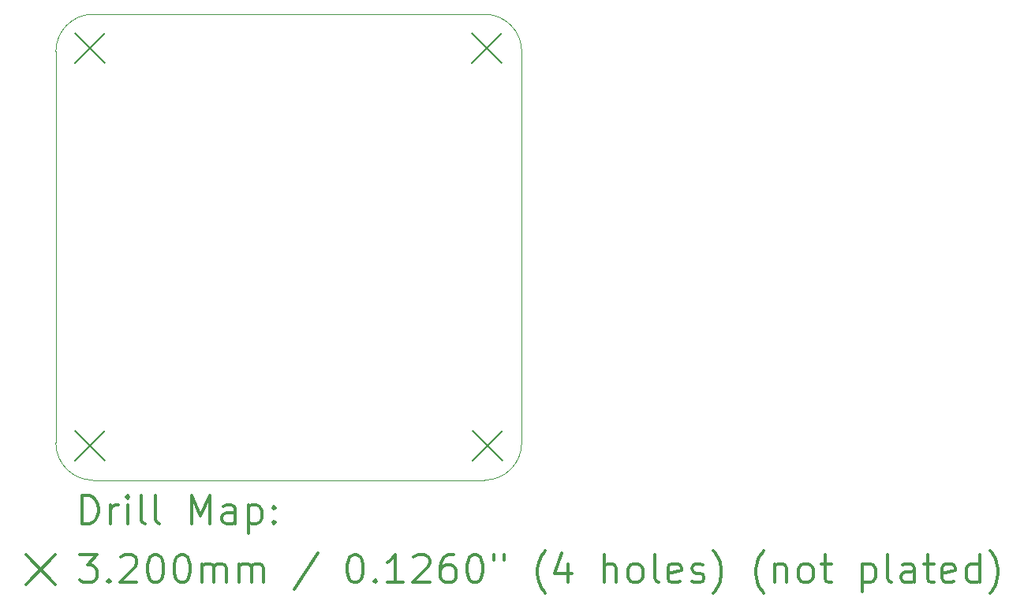
<source format=gbr>
%FSLAX45Y45*%
G04 Gerber Fmt 4.5, Leading zero omitted, Abs format (unit mm)*
G04 Created by KiCad (PCBNEW (5.1.12)-1) date 2022-03-26 18:35:55*
%MOMM*%
%LPD*%
G01*
G04 APERTURE LIST*
%TA.AperFunction,Profile*%
%ADD10C,0.050000*%
%TD*%
%ADD11C,0.200000*%
%ADD12C,0.300000*%
G04 APERTURE END LIST*
D10*
X19600000Y-9000000D02*
G75*
G02*
X20000000Y-9400000I0J-400000D01*
G01*
X15000000Y-9400000D02*
G75*
G02*
X15400000Y-9000000I400000J0D01*
G01*
X15400000Y-14000000D02*
G75*
G02*
X15000000Y-13600000I0J400000D01*
G01*
X20000000Y-13600000D02*
G75*
G02*
X19600000Y-14000000I-400000J0D01*
G01*
X19600000Y-9000000D02*
X15400000Y-9000000D01*
X20000000Y-13600000D02*
X20000000Y-9400000D01*
X15400000Y-14000000D02*
X19600000Y-14000000D01*
X15000000Y-9400000D02*
X15000000Y-13600000D01*
D11*
X15207000Y-9206250D02*
X15527000Y-9526250D01*
X15527000Y-9206250D02*
X15207000Y-9526250D01*
X15207000Y-13473450D02*
X15527000Y-13793450D01*
X15527000Y-13473450D02*
X15207000Y-13793450D01*
X19467850Y-9206250D02*
X19787850Y-9526250D01*
X19787850Y-9206250D02*
X19467850Y-9526250D01*
X19474200Y-13473450D02*
X19794200Y-13793450D01*
X19794200Y-13473450D02*
X19474200Y-13793450D01*
D12*
X15283928Y-14468214D02*
X15283928Y-14168214D01*
X15355357Y-14168214D01*
X15398214Y-14182500D01*
X15426786Y-14211071D01*
X15441071Y-14239643D01*
X15455357Y-14296786D01*
X15455357Y-14339643D01*
X15441071Y-14396786D01*
X15426786Y-14425357D01*
X15398214Y-14453929D01*
X15355357Y-14468214D01*
X15283928Y-14468214D01*
X15583928Y-14468214D02*
X15583928Y-14268214D01*
X15583928Y-14325357D02*
X15598214Y-14296786D01*
X15612500Y-14282500D01*
X15641071Y-14268214D01*
X15669643Y-14268214D01*
X15769643Y-14468214D02*
X15769643Y-14268214D01*
X15769643Y-14168214D02*
X15755357Y-14182500D01*
X15769643Y-14196786D01*
X15783928Y-14182500D01*
X15769643Y-14168214D01*
X15769643Y-14196786D01*
X15955357Y-14468214D02*
X15926786Y-14453929D01*
X15912500Y-14425357D01*
X15912500Y-14168214D01*
X16112500Y-14468214D02*
X16083928Y-14453929D01*
X16069643Y-14425357D01*
X16069643Y-14168214D01*
X16455357Y-14468214D02*
X16455357Y-14168214D01*
X16555357Y-14382500D01*
X16655357Y-14168214D01*
X16655357Y-14468214D01*
X16926786Y-14468214D02*
X16926786Y-14311071D01*
X16912500Y-14282500D01*
X16883928Y-14268214D01*
X16826786Y-14268214D01*
X16798214Y-14282500D01*
X16926786Y-14453929D02*
X16898214Y-14468214D01*
X16826786Y-14468214D01*
X16798214Y-14453929D01*
X16783928Y-14425357D01*
X16783928Y-14396786D01*
X16798214Y-14368214D01*
X16826786Y-14353929D01*
X16898214Y-14353929D01*
X16926786Y-14339643D01*
X17069643Y-14268214D02*
X17069643Y-14568214D01*
X17069643Y-14282500D02*
X17098214Y-14268214D01*
X17155357Y-14268214D01*
X17183928Y-14282500D01*
X17198214Y-14296786D01*
X17212500Y-14325357D01*
X17212500Y-14411071D01*
X17198214Y-14439643D01*
X17183928Y-14453929D01*
X17155357Y-14468214D01*
X17098214Y-14468214D01*
X17069643Y-14453929D01*
X17341071Y-14439643D02*
X17355357Y-14453929D01*
X17341071Y-14468214D01*
X17326786Y-14453929D01*
X17341071Y-14439643D01*
X17341071Y-14468214D01*
X17341071Y-14282500D02*
X17355357Y-14296786D01*
X17341071Y-14311071D01*
X17326786Y-14296786D01*
X17341071Y-14282500D01*
X17341071Y-14311071D01*
X14677500Y-14802500D02*
X14997500Y-15122500D01*
X14997500Y-14802500D02*
X14677500Y-15122500D01*
X15255357Y-14798214D02*
X15441071Y-14798214D01*
X15341071Y-14912500D01*
X15383928Y-14912500D01*
X15412500Y-14926786D01*
X15426786Y-14941071D01*
X15441071Y-14969643D01*
X15441071Y-15041071D01*
X15426786Y-15069643D01*
X15412500Y-15083929D01*
X15383928Y-15098214D01*
X15298214Y-15098214D01*
X15269643Y-15083929D01*
X15255357Y-15069643D01*
X15569643Y-15069643D02*
X15583928Y-15083929D01*
X15569643Y-15098214D01*
X15555357Y-15083929D01*
X15569643Y-15069643D01*
X15569643Y-15098214D01*
X15698214Y-14826786D02*
X15712500Y-14812500D01*
X15741071Y-14798214D01*
X15812500Y-14798214D01*
X15841071Y-14812500D01*
X15855357Y-14826786D01*
X15869643Y-14855357D01*
X15869643Y-14883929D01*
X15855357Y-14926786D01*
X15683928Y-15098214D01*
X15869643Y-15098214D01*
X16055357Y-14798214D02*
X16083928Y-14798214D01*
X16112500Y-14812500D01*
X16126786Y-14826786D01*
X16141071Y-14855357D01*
X16155357Y-14912500D01*
X16155357Y-14983929D01*
X16141071Y-15041071D01*
X16126786Y-15069643D01*
X16112500Y-15083929D01*
X16083928Y-15098214D01*
X16055357Y-15098214D01*
X16026786Y-15083929D01*
X16012500Y-15069643D01*
X15998214Y-15041071D01*
X15983928Y-14983929D01*
X15983928Y-14912500D01*
X15998214Y-14855357D01*
X16012500Y-14826786D01*
X16026786Y-14812500D01*
X16055357Y-14798214D01*
X16341071Y-14798214D02*
X16369643Y-14798214D01*
X16398214Y-14812500D01*
X16412500Y-14826786D01*
X16426786Y-14855357D01*
X16441071Y-14912500D01*
X16441071Y-14983929D01*
X16426786Y-15041071D01*
X16412500Y-15069643D01*
X16398214Y-15083929D01*
X16369643Y-15098214D01*
X16341071Y-15098214D01*
X16312500Y-15083929D01*
X16298214Y-15069643D01*
X16283928Y-15041071D01*
X16269643Y-14983929D01*
X16269643Y-14912500D01*
X16283928Y-14855357D01*
X16298214Y-14826786D01*
X16312500Y-14812500D01*
X16341071Y-14798214D01*
X16569643Y-15098214D02*
X16569643Y-14898214D01*
X16569643Y-14926786D02*
X16583928Y-14912500D01*
X16612500Y-14898214D01*
X16655357Y-14898214D01*
X16683928Y-14912500D01*
X16698214Y-14941071D01*
X16698214Y-15098214D01*
X16698214Y-14941071D02*
X16712500Y-14912500D01*
X16741071Y-14898214D01*
X16783928Y-14898214D01*
X16812500Y-14912500D01*
X16826786Y-14941071D01*
X16826786Y-15098214D01*
X16969643Y-15098214D02*
X16969643Y-14898214D01*
X16969643Y-14926786D02*
X16983928Y-14912500D01*
X17012500Y-14898214D01*
X17055357Y-14898214D01*
X17083928Y-14912500D01*
X17098214Y-14941071D01*
X17098214Y-15098214D01*
X17098214Y-14941071D02*
X17112500Y-14912500D01*
X17141071Y-14898214D01*
X17183928Y-14898214D01*
X17212500Y-14912500D01*
X17226786Y-14941071D01*
X17226786Y-15098214D01*
X17812500Y-14783929D02*
X17555357Y-15169643D01*
X18198214Y-14798214D02*
X18226786Y-14798214D01*
X18255357Y-14812500D01*
X18269643Y-14826786D01*
X18283928Y-14855357D01*
X18298214Y-14912500D01*
X18298214Y-14983929D01*
X18283928Y-15041071D01*
X18269643Y-15069643D01*
X18255357Y-15083929D01*
X18226786Y-15098214D01*
X18198214Y-15098214D01*
X18169643Y-15083929D01*
X18155357Y-15069643D01*
X18141071Y-15041071D01*
X18126786Y-14983929D01*
X18126786Y-14912500D01*
X18141071Y-14855357D01*
X18155357Y-14826786D01*
X18169643Y-14812500D01*
X18198214Y-14798214D01*
X18426786Y-15069643D02*
X18441071Y-15083929D01*
X18426786Y-15098214D01*
X18412500Y-15083929D01*
X18426786Y-15069643D01*
X18426786Y-15098214D01*
X18726786Y-15098214D02*
X18555357Y-15098214D01*
X18641071Y-15098214D02*
X18641071Y-14798214D01*
X18612500Y-14841071D01*
X18583928Y-14869643D01*
X18555357Y-14883929D01*
X18841071Y-14826786D02*
X18855357Y-14812500D01*
X18883928Y-14798214D01*
X18955357Y-14798214D01*
X18983928Y-14812500D01*
X18998214Y-14826786D01*
X19012500Y-14855357D01*
X19012500Y-14883929D01*
X18998214Y-14926786D01*
X18826786Y-15098214D01*
X19012500Y-15098214D01*
X19269643Y-14798214D02*
X19212500Y-14798214D01*
X19183928Y-14812500D01*
X19169643Y-14826786D01*
X19141071Y-14869643D01*
X19126786Y-14926786D01*
X19126786Y-15041071D01*
X19141071Y-15069643D01*
X19155357Y-15083929D01*
X19183928Y-15098214D01*
X19241071Y-15098214D01*
X19269643Y-15083929D01*
X19283928Y-15069643D01*
X19298214Y-15041071D01*
X19298214Y-14969643D01*
X19283928Y-14941071D01*
X19269643Y-14926786D01*
X19241071Y-14912500D01*
X19183928Y-14912500D01*
X19155357Y-14926786D01*
X19141071Y-14941071D01*
X19126786Y-14969643D01*
X19483928Y-14798214D02*
X19512500Y-14798214D01*
X19541071Y-14812500D01*
X19555357Y-14826786D01*
X19569643Y-14855357D01*
X19583928Y-14912500D01*
X19583928Y-14983929D01*
X19569643Y-15041071D01*
X19555357Y-15069643D01*
X19541071Y-15083929D01*
X19512500Y-15098214D01*
X19483928Y-15098214D01*
X19455357Y-15083929D01*
X19441071Y-15069643D01*
X19426786Y-15041071D01*
X19412500Y-14983929D01*
X19412500Y-14912500D01*
X19426786Y-14855357D01*
X19441071Y-14826786D01*
X19455357Y-14812500D01*
X19483928Y-14798214D01*
X19698214Y-14798214D02*
X19698214Y-14855357D01*
X19812500Y-14798214D02*
X19812500Y-14855357D01*
X20255357Y-15212500D02*
X20241071Y-15198214D01*
X20212500Y-15155357D01*
X20198214Y-15126786D01*
X20183928Y-15083929D01*
X20169643Y-15012500D01*
X20169643Y-14955357D01*
X20183928Y-14883929D01*
X20198214Y-14841071D01*
X20212500Y-14812500D01*
X20241071Y-14769643D01*
X20255357Y-14755357D01*
X20498214Y-14898214D02*
X20498214Y-15098214D01*
X20426786Y-14783929D02*
X20355357Y-14998214D01*
X20541071Y-14998214D01*
X20883928Y-15098214D02*
X20883928Y-14798214D01*
X21012500Y-15098214D02*
X21012500Y-14941071D01*
X20998214Y-14912500D01*
X20969643Y-14898214D01*
X20926786Y-14898214D01*
X20898214Y-14912500D01*
X20883928Y-14926786D01*
X21198214Y-15098214D02*
X21169643Y-15083929D01*
X21155357Y-15069643D01*
X21141071Y-15041071D01*
X21141071Y-14955357D01*
X21155357Y-14926786D01*
X21169643Y-14912500D01*
X21198214Y-14898214D01*
X21241071Y-14898214D01*
X21269643Y-14912500D01*
X21283928Y-14926786D01*
X21298214Y-14955357D01*
X21298214Y-15041071D01*
X21283928Y-15069643D01*
X21269643Y-15083929D01*
X21241071Y-15098214D01*
X21198214Y-15098214D01*
X21469643Y-15098214D02*
X21441071Y-15083929D01*
X21426786Y-15055357D01*
X21426786Y-14798214D01*
X21698214Y-15083929D02*
X21669643Y-15098214D01*
X21612500Y-15098214D01*
X21583928Y-15083929D01*
X21569643Y-15055357D01*
X21569643Y-14941071D01*
X21583928Y-14912500D01*
X21612500Y-14898214D01*
X21669643Y-14898214D01*
X21698214Y-14912500D01*
X21712500Y-14941071D01*
X21712500Y-14969643D01*
X21569643Y-14998214D01*
X21826786Y-15083929D02*
X21855357Y-15098214D01*
X21912500Y-15098214D01*
X21941071Y-15083929D01*
X21955357Y-15055357D01*
X21955357Y-15041071D01*
X21941071Y-15012500D01*
X21912500Y-14998214D01*
X21869643Y-14998214D01*
X21841071Y-14983929D01*
X21826786Y-14955357D01*
X21826786Y-14941071D01*
X21841071Y-14912500D01*
X21869643Y-14898214D01*
X21912500Y-14898214D01*
X21941071Y-14912500D01*
X22055357Y-15212500D02*
X22069643Y-15198214D01*
X22098214Y-15155357D01*
X22112500Y-15126786D01*
X22126786Y-15083929D01*
X22141071Y-15012500D01*
X22141071Y-14955357D01*
X22126786Y-14883929D01*
X22112500Y-14841071D01*
X22098214Y-14812500D01*
X22069643Y-14769643D01*
X22055357Y-14755357D01*
X22598214Y-15212500D02*
X22583928Y-15198214D01*
X22555357Y-15155357D01*
X22541071Y-15126786D01*
X22526786Y-15083929D01*
X22512500Y-15012500D01*
X22512500Y-14955357D01*
X22526786Y-14883929D01*
X22541071Y-14841071D01*
X22555357Y-14812500D01*
X22583928Y-14769643D01*
X22598214Y-14755357D01*
X22712500Y-14898214D02*
X22712500Y-15098214D01*
X22712500Y-14926786D02*
X22726786Y-14912500D01*
X22755357Y-14898214D01*
X22798214Y-14898214D01*
X22826786Y-14912500D01*
X22841071Y-14941071D01*
X22841071Y-15098214D01*
X23026786Y-15098214D02*
X22998214Y-15083929D01*
X22983928Y-15069643D01*
X22969643Y-15041071D01*
X22969643Y-14955357D01*
X22983928Y-14926786D01*
X22998214Y-14912500D01*
X23026786Y-14898214D01*
X23069643Y-14898214D01*
X23098214Y-14912500D01*
X23112500Y-14926786D01*
X23126786Y-14955357D01*
X23126786Y-15041071D01*
X23112500Y-15069643D01*
X23098214Y-15083929D01*
X23069643Y-15098214D01*
X23026786Y-15098214D01*
X23212500Y-14898214D02*
X23326786Y-14898214D01*
X23255357Y-14798214D02*
X23255357Y-15055357D01*
X23269643Y-15083929D01*
X23298214Y-15098214D01*
X23326786Y-15098214D01*
X23655357Y-14898214D02*
X23655357Y-15198214D01*
X23655357Y-14912500D02*
X23683928Y-14898214D01*
X23741071Y-14898214D01*
X23769643Y-14912500D01*
X23783928Y-14926786D01*
X23798214Y-14955357D01*
X23798214Y-15041071D01*
X23783928Y-15069643D01*
X23769643Y-15083929D01*
X23741071Y-15098214D01*
X23683928Y-15098214D01*
X23655357Y-15083929D01*
X23969643Y-15098214D02*
X23941071Y-15083929D01*
X23926786Y-15055357D01*
X23926786Y-14798214D01*
X24212500Y-15098214D02*
X24212500Y-14941071D01*
X24198214Y-14912500D01*
X24169643Y-14898214D01*
X24112500Y-14898214D01*
X24083928Y-14912500D01*
X24212500Y-15083929D02*
X24183928Y-15098214D01*
X24112500Y-15098214D01*
X24083928Y-15083929D01*
X24069643Y-15055357D01*
X24069643Y-15026786D01*
X24083928Y-14998214D01*
X24112500Y-14983929D01*
X24183928Y-14983929D01*
X24212500Y-14969643D01*
X24312500Y-14898214D02*
X24426786Y-14898214D01*
X24355357Y-14798214D02*
X24355357Y-15055357D01*
X24369643Y-15083929D01*
X24398214Y-15098214D01*
X24426786Y-15098214D01*
X24641071Y-15083929D02*
X24612500Y-15098214D01*
X24555357Y-15098214D01*
X24526786Y-15083929D01*
X24512500Y-15055357D01*
X24512500Y-14941071D01*
X24526786Y-14912500D01*
X24555357Y-14898214D01*
X24612500Y-14898214D01*
X24641071Y-14912500D01*
X24655357Y-14941071D01*
X24655357Y-14969643D01*
X24512500Y-14998214D01*
X24912500Y-15098214D02*
X24912500Y-14798214D01*
X24912500Y-15083929D02*
X24883928Y-15098214D01*
X24826786Y-15098214D01*
X24798214Y-15083929D01*
X24783928Y-15069643D01*
X24769643Y-15041071D01*
X24769643Y-14955357D01*
X24783928Y-14926786D01*
X24798214Y-14912500D01*
X24826786Y-14898214D01*
X24883928Y-14898214D01*
X24912500Y-14912500D01*
X25026786Y-15212500D02*
X25041071Y-15198214D01*
X25069643Y-15155357D01*
X25083928Y-15126786D01*
X25098214Y-15083929D01*
X25112500Y-15012500D01*
X25112500Y-14955357D01*
X25098214Y-14883929D01*
X25083928Y-14841071D01*
X25069643Y-14812500D01*
X25041071Y-14769643D01*
X25026786Y-14755357D01*
M02*

</source>
